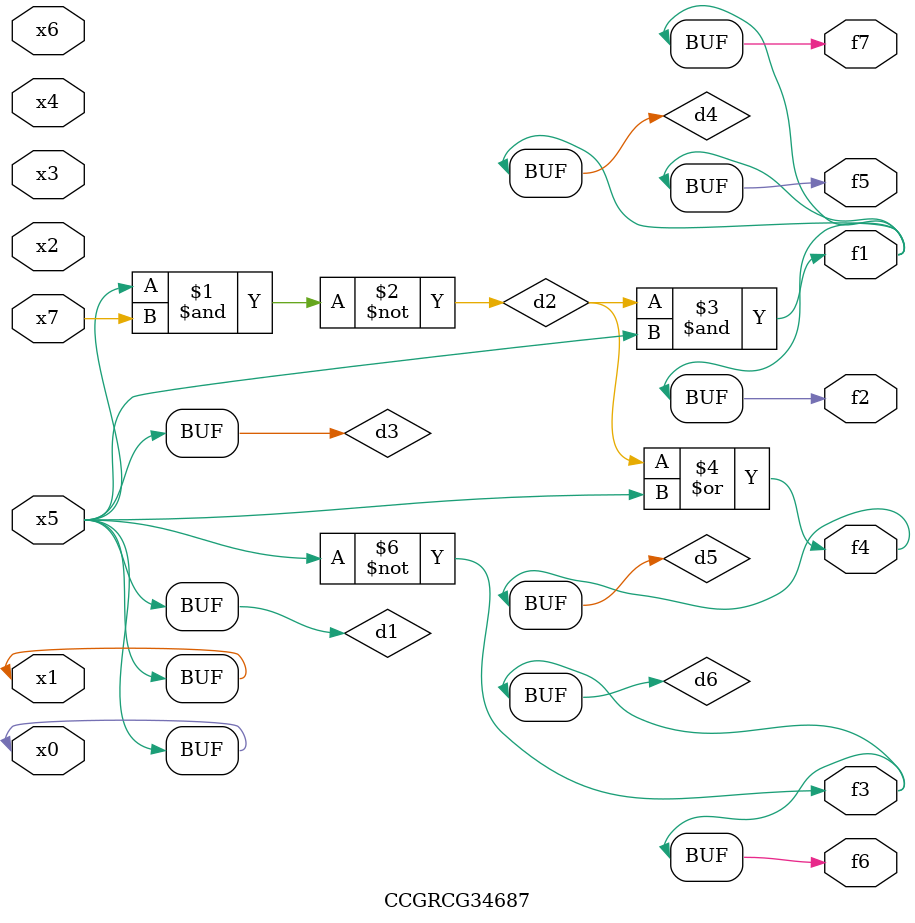
<source format=v>
module CCGRCG34687(
	input x0, x1, x2, x3, x4, x5, x6, x7,
	output f1, f2, f3, f4, f5, f6, f7
);

	wire d1, d2, d3, d4, d5, d6;

	buf (d1, x0, x5);
	nand (d2, x5, x7);
	buf (d3, x0, x1);
	and (d4, d2, d3);
	or (d5, d2, d3);
	nor (d6, d1, d3);
	assign f1 = d4;
	assign f2 = d4;
	assign f3 = d6;
	assign f4 = d5;
	assign f5 = d4;
	assign f6 = d6;
	assign f7 = d4;
endmodule

</source>
